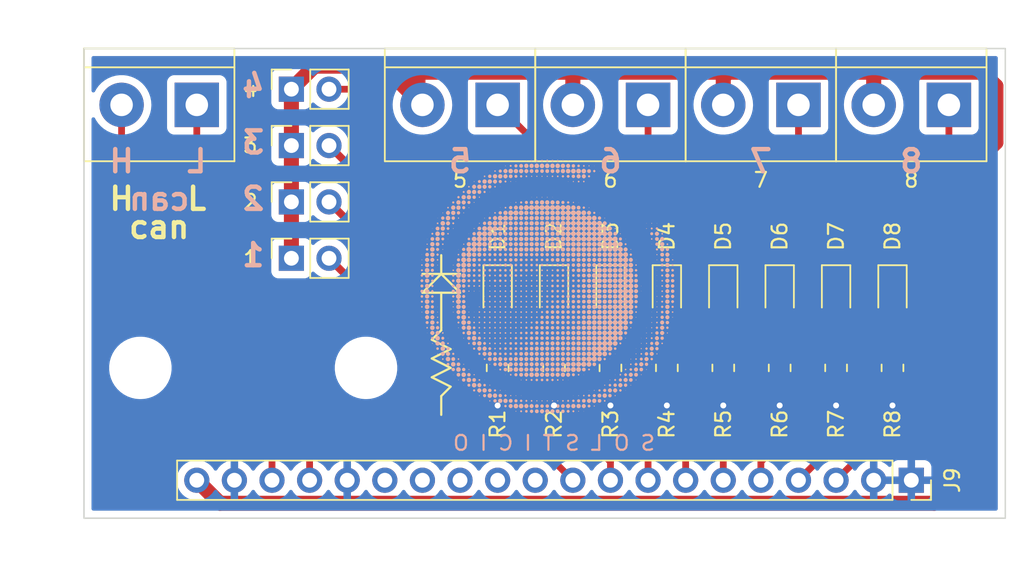
<source format=kicad_pcb>
(kicad_pcb (version 20211014) (generator pcbnew)
  (layers (0 "F.Cu" signal) (31 "B.Cu" signal) (34 "B.Paste" user) (35 "F.Paste" user) (36 "B.SilkS" user "B.Silkscreen") (37 "F.SilkS" user "F.Silkscreen") (38 "B.Mask" user) (39 "F.Mask" user) (44 "Edge.Cuts" user))
  (net 0 "")
  (net 1 "GND")
  (net 2 "+3V3")
  (net 3 "Net-(CAN1-Pad1)")
  (net 4 "Net-(CAN1-Pad2)")
  (net 5 "Net-(D1-Pad1)")
  (net 6 "Net-(D2-Pad1)")
  (net 7 "Net-(D3-Pad1)")
  (net 8 "Net-(D4-Pad1)")
  (net 9 "Net-(D8-Pad1)")
  (net 10 "Net-(D7-Pad1)")
  (net 11 "Net-(D6-Pad1)")
  (net 12 "Net-(D5-Pad1)")
  (net 13 "Net-(D1-Pad2)")
  (net 14 "Net-(D2-Pad2)")
  (net 15 "Net-(D3-Pad2)")
  (net 16 "Net-(D4-Pad2)")
  (net 17 "Net-(D5-Pad2)")
  (net 18 "Net-(D6-Pad2)")
  (net 19 "Net-(D7-Pad2)")
  (net 20 "Net-(D8-Pad2)")
  (footprint "Resistor_SMD:R_0805_2012Metric_Pad1.20x1.40mm_HandSolder" (layer "F.Cu") (at 142.24 68.58 -90)
    (fp_text reference "R6" (at 3.81 0 90) (layer "F.SilkS"))
    (fp_text value "1k")
    (pad "1" smd roundrect (at -1 0 270) (size 1.2 1.4) (layers "F.Cu" "F.Paste" "F.Mask") (roundrect_rratio 0.208333) (net 18 "Net-(D6-Pad2)"))
    (pad "2" smd roundrect (at 1 0 270) (size 1.2 1.4) (layers "F.Cu" "F.Paste" "F.Mask") (roundrect_rratio 0.208333) (net 1 "GND"))
  )
  (footprint "Resistor_SMD:R_0805_2012Metric_Pad1.20x1.40mm_HandSolder" (layer "F.Cu") (at 146.05 68.58 -90)
    (fp_text reference "R7" (at 3.81 0 90) (layer "F.SilkS"))
    (fp_text value "1k")
    (pad "1" smd roundrect (at -1 0 270) (size 1.2 1.4) (layers "F.Cu" "F.Paste" "F.Mask") (roundrect_rratio 0.208333) (net 19 "Net-(D7-Pad2)"))
    (pad "2" smd roundrect (at 1 0 270) (size 1.2 1.4) (layers "F.Cu" "F.Paste" "F.Mask") (roundrect_rratio 0.208333) (net 1 "GND"))
  )
  (footprint "Diode_SMD:D_0805_2012Metric_Pad1.15x1.40mm_HandSolder" (layer "F.Cu") (at 123.19 63.5 -90)
    (fp_text reference "D1" (at -3.81 0 90) (layer "F.SilkS"))
    (fp_text value "R")
    (pad "1" smd roundrect (at -1.025 0 270) (size 1.15 1.4) (layers "F.Cu" "F.Paste" "F.Mask") (roundrect_rratio 0.217391) (net 5 "Net-(D1-Pad1)"))
    (pad "2" smd roundrect (at 1.025 0 270) (size 1.15 1.4) (layers "F.Cu" "F.Paste" "F.Mask") (roundrect_rratio 0.217391) (net 13 "Net-(D1-Pad2)"))
  )
  (footprint "TerminalBlock:TerminalBlock_bornier-2_P5.08mm" (layer "F.Cu") (at 133.35 50.8 180)
    (fp_text reference "6" (at 2.54 -5.08) (layer "F.SilkS"))
    (fp_text value "2.54mm header")
    (pad "1" thru_hole rect (at 0 0 180) (size 3 3) (drill 1.52) (layers *.Cu *.Mask) (net 11 "Net-(D6-Pad1)"))
    (pad "2" thru_hole circle (at 5.08 0 180) (size 3 3) (drill 1.52) (layers *.Cu *.Mask) (net 2 "+3V3"))
  )
  (footprint "Diode_SMD:D_0805_2012Metric_Pad1.15x1.40mm_HandSolder" (layer "F.Cu") (at 138.43 63.5 -90)
    (fp_text reference "D5" (at -3.81 0 90) (layer "F.SilkS"))
    (fp_text value "R")
    (pad "1" smd roundrect (at -1.025 0 270) (size 1.15 1.4) (layers "F.Cu" "F.Paste" "F.Mask") (roundrect_rratio 0.217391) (net 12 "Net-(D5-Pad1)"))
    (pad "2" smd roundrect (at 1.025 0 270) (size 1.15 1.4) (layers "F.Cu" "F.Paste" "F.Mask") (roundrect_rratio 0.217391) (net 17 "Net-(D5-Pad2)"))
  )
  (footprint "Diode_SMD:D_0805_2012Metric_Pad1.15x1.40mm_HandSolder" (layer "F.Cu") (at 127 63.5 -90)
    (fp_text reference "D2" (at -3.81 0 90) (layer "F.SilkS"))
    (fp_text value "R")
    (pad "1" smd roundrect (at -1.025 0 270) (size 1.15 1.4) (layers "F.Cu" "F.Paste" "F.Mask") (roundrect_rratio 0.217391) (net 6 "Net-(D2-Pad1)"))
    (pad "2" smd roundrect (at 1.025 0 270) (size 1.15 1.4) (layers "F.Cu" "F.Paste" "F.Mask") (roundrect_rratio 0.217391) (net 14 "Net-(D2-Pad2)"))
  )
  (footprint "Connector_PinSocket_2.54mm:PinSocket_1x02_P2.54mm_Vertical" (layer "F.Cu") (at 109.26 57.36 90)
    (fp_text reference "2" (at 0 -2.77 180) (layer "F.SilkS"))
    (fp_text value "2.54mm header")
    (pad "1" thru_hole rect (at 0 0 90) (size 1.7 1.7) (drill 1) (layers *.Cu *.Mask) (net 2 "+3V3"))
    (pad "2" thru_hole oval (at 0 2.54 90) (size 1.7 1.7) (drill 1) (layers *.Cu *.Mask) (net 6 "Net-(D2-Pad1)"))
  )
  (footprint "Resistor_SMD:R_0805_2012Metric_Pad1.20x1.40mm_HandSolder" (layer "F.Cu") (at 127 68.58 -90)
    (fp_text reference "R2" (at 3.81 0 90) (layer "F.SilkS"))
    (fp_text value "1k")
    (pad "1" smd roundrect (at -1 0 270) (size 1.2 1.4) (layers "F.Cu" "F.Paste" "F.Mask") (roundrect_rratio 0.208333) (net 14 "Net-(D2-Pad2)"))
    (pad "2" smd roundrect (at 1 0 270) (size 1.2 1.4) (layers "F.Cu" "F.Paste" "F.Mask") (roundrect_rratio 0.208333) (net 1 "GND"))
  )
  (footprint "Diode_SMD:D_0805_2012Metric_Pad1.15x1.40mm_HandSolder" (layer "F.Cu") (at 146.05 63.5 -90)
    (fp_text reference "D7" (at -3.81 0 -90) (layer "F.SilkS"))
    (fp_text value "R")
    (pad "1" smd roundrect (at -1.025 0 270) (size 1.15 1.4) (layers "F.Cu" "F.Paste" "F.Mask") (roundrect_rratio 0.217391) (net 10 "Net-(D7-Pad1)"))
    (pad "2" smd roundrect (at 1.025 0 270) (size 1.15 1.4) (layers "F.Cu" "F.Paste" "F.Mask") (roundrect_rratio 0.217391) (net 19 "Net-(D7-Pad2)"))
  )
  (footprint "MountingHole:MountingHole_3.2mm_M3" (layer "F.Cu") (at 114.3 68.58)
    (fp_text reference "REF**" hide)
    (fp_text value "MountingHole_3.2mm_M3")
    (pad "" np_thru_hole circle (at 0 0) (size 3.2 3.2) (drill 3.2) (layers *.Cu *.Mask))
  )
  (footprint "TerminalBlock:TerminalBlock_bornier-2_P5.08mm" (layer "F.Cu") (at 123.19 50.8 180)
    (fp_text reference "5" (at 2.54 -5.08) (layer "F.SilkS"))
    (fp_text value "2.54mm header")
    (pad "1" thru_hole rect (at 0 0 180) (size 3 3) (drill 1.52) (layers *.Cu *.Mask) (net 12 "Net-(D5-Pad1)"))
    (pad "2" thru_hole circle (at 5.08 0 180) (size 3 3) (drill 1.52) (layers *.Cu *.Mask) (net 2 "+3V3"))
  )
  (footprint "MountingHole:MountingHole_3.2mm_M3" (layer "F.Cu") (at 99.06 68.58)
    (fp_text reference "REF**" hide)
    (fp_text value "MountingHole_3.2mm_M3")
    (pad "" np_thru_hole circle (at 0 0) (size 3.2 3.2) (drill 3.2) (layers *.Cu *.Mask))
  )
  (footprint "TerminalBlock:TerminalBlock_bornier-2_P5.08mm" (layer "F.Cu") (at 143.51 50.8 180)
    (fp_text reference "7" (at 2.54 -5.08) (layer "F.SilkS"))
    (fp_text value "2.54mm header")
    (pad "1" thru_hole rect (at 0 0 180) (size 3 3) (drill 1.52) (layers *.Cu *.Mask) (net 10 "Net-(D7-Pad1)"))
    (pad "2" thru_hole circle (at 5.08 0 180) (size 3 3) (drill 1.52) (layers *.Cu *.Mask) (net 2 "+3V3"))
  )
  (footprint "Diode_SMD:D_0805_2012Metric_Pad1.15x1.40mm_HandSolder" (layer "F.Cu") (at 134.62 63.5 -90)
    (fp_text reference "D4" (at -3.81 0 90) (layer "F.SilkS"))
    (fp_text value "R")
    (pad "1" smd roundrect (at -1.025 0 270) (size 1.15 1.4) (layers "F.Cu" "F.Paste" "F.Mask") (roundrect_rratio 0.217391) (net 8 "Net-(D4-Pad1)"))
    (pad "2" smd roundrect (at 1.025 0 270) (size 1.15 1.4) (layers "F.Cu" "F.Paste" "F.Mask") (roundrect_rratio 0.217391) (net 16 "Net-(D4-Pad2)"))
  )
  (footprint "Connector_PinSocket_2.54mm:PinSocket_1x02_P2.54mm_Vertical" (layer "F.Cu") (at 109.26 49.74 90)
    (fp_text reference "4" (at 0 -2.77 180) (layer "F.SilkS"))
    (fp_text value "2.54mm header")
    (pad "1" thru_hole rect (at 0 0 90) (size 1.7 1.7) (drill 1) (layers *.Cu *.Mask) (net 2 "+3V3"))
    (pad "2" thru_hole oval (at 0 2.54 90) (size 1.7 1.7) (drill 1) (layers *.Cu *.Mask) (net 8 "Net-(D4-Pad1)"))
  )
  (footprint "Connector_PinSocket_2.54mm:PinSocket_1x02_P2.54mm_Vertical" (layer "F.Cu") (at 109.26 53.55 90)
    (fp_text reference "3" (at 0 -2.77 180) (layer "F.SilkS"))
    (fp_text value "2.54mm header")
    (pad "1" thru_hole rect (at 0 0 90) (size 1.7 1.7) (drill 1) (layers *.Cu *.Mask) (net 2 "+3V3"))
    (pad "2" thru_hole oval (at 0 2.54 90) (size 1.7 1.7) (drill 1) (layers *.Cu *.Mask) (net 7 "Net-(D3-Pad1)"))
  )
  (footprint "TerminalBlock:TerminalBlock_bornier-2_P5.08mm" (layer "F.Cu") (at 102.87 50.8 180)
    (fp_text reference "CAN1" hide)
    (fp_text value "2.54mm header")
    (pad "1" thru_hole rect (at 0 0 180) (size 3 3) (drill 1.52) (layers *.Cu *.Mask) (net 3 "Net-(CAN1-Pad1)"))
    (pad "2" thru_hole circle (at 5.08 0 180) (size 3 3) (drill 1.52) (layers *.Cu *.Mask) (net 4 "Net-(CAN1-Pad2)"))
  )
  (footprint "Connector_PinSocket_2.54mm:PinSocket_1x02_P2.54mm_Vertical" (layer "F.Cu") (at 109.26 61.17 90)
    (fp_text reference "1" (at 0 -2.77 180) (layer "F.SilkS"))
    (fp_text value "2.54mm header")
    (pad "1" thru_hole rect (at 0 0 90) (size 1.7 1.7) (drill 1) (layers *.Cu *.Mask) (net 2 "+3V3"))
    (pad "2" thru_hole oval (at 0 2.54 90) (size 1.7 1.7) (drill 1) (layers *.Cu *.Mask) (net 5 "Net-(D1-Pad1)"))
  )
  (footprint "Diode_SMD:D_0805_2012Metric_Pad1.15x1.40mm_HandSolder" (layer "F.Cu") (at 149.86 63.5 -90)
    (fp_text reference "D8" (at -3.81 0 90) (layer "F.SilkS"))
    (fp_text value "R")
    (pad "1" smd roundrect (at -1.025 0 270) (size 1.15 1.4) (layers "F.Cu" "F.Paste" "F.Mask") (roundrect_rratio 0.217391) (net 9 "Net-(D8-Pad1)"))
    (pad "2" smd roundrect (at 1.025 0 270) (size 1.15 1.4) (layers "F.Cu" "F.Paste" "F.Mask") (roundrect_rratio 0.217391) (net 20 "Net-(D8-Pad2)"))
  )
  (footprint "Diode_SMD:D_0805_2012Metric_Pad1.15x1.40mm_HandSolder" (layer "F.Cu") (at 130.81 63.5 -90)
    (fp_text reference "D3" (at -3.81 0 90) (layer "F.SilkS"))
    (fp_text value "R")
    (pad "1" smd roundrect (at -1.025 0 270) (size 1.15 1.4) (layers "F.Cu" "F.Paste" "F.Mask") (roundrect_rratio 0.217391) (net 7 "Net-(D3-Pad1)"))
    (pad "2" smd roundrect (at 1.025 0 270) (size 1.15 1.4) (layers "F.Cu" "F.Paste" "F.Mask") (roundrect_rratio 0.217391) (net 15 "Net-(D3-Pad2)"))
  )
  (footprint "Resistor_SMD:R_0805_2012Metric_Pad1.20x1.40mm_HandSolder" (layer "F.Cu") (at 134.62 68.58 -90)
    (fp_text reference "R4" (at 3.81 0 90) (layer "F.SilkS"))
    (fp_text value "1k")
    (pad "1" smd roundrect (at -1 0 270) (size 1.2 1.4) (layers "F.Cu" "F.Paste" "F.Mask") (roundrect_rratio 0.208333) (net 16 "Net-(D4-Pad2)"))
    (pad "2" smd roundrect (at 1 0 270) (size 1.2 1.4) (layers "F.Cu" "F.Paste" "F.Mask") (roundrect_rratio 0.208333) (net 1 "GND"))
  )
  (footprint "Resistor_SMD:R_0805_2012Metric_Pad1.20x1.40mm_HandSolder" (layer "F.Cu") (at 123.19 68.58 -90)
    (fp_text reference "R1" (at 3.81 0 90) (layer "F.SilkS"))
    (fp_text value "1k")
    (pad "1" smd roundrect (at -1 0 270) (size 1.2 1.4) (layers "F.Cu" "F.Paste" "F.Mask") (roundrect_rratio 0.208333) (net 13 "Net-(D1-Pad2)"))
    (pad "2" smd roundrect (at 1 0 270) (size 1.2 1.4) (layers "F.Cu" "F.Paste" "F.Mask") (roundrect_rratio 0.208333) (net 1 "GND"))
  )
  (footprint "Resistor_SMD:R_0805_2012Metric_Pad1.20x1.40mm_HandSolder" (layer "F.Cu") (at 130.81 68.58 -90)
    (fp_text reference "R3" (at 3.81 0 90) (layer "F.SilkS"))
    (fp_text value "1k")
    (pad "1" smd roundrect (at -1 0 270) (size 1.2 1.4) (layers "F.Cu" "F.Paste" "F.Mask") (roundrect_rratio 0.208333) (net 15 "Net-(D3-Pad2)"))
    (pad "2" smd roundrect (at 1 0 270) (size 1.2 1.4) (layers "F.Cu" "F.Paste" "F.Mask") (roundrect_rratio 0.208333) (net 1 "GND"))
  )
  (footprint "Diode_SMD:D_0805_2012Metric_Pad1.15x1.40mm_HandSolder" (layer "F.Cu") (at 142.24 63.5 -90)
    (fp_text reference "D6" (at -3.81 0 90) (layer "F.SilkS"))
    (fp_text value "R")
    (pad "1" smd roundrect (at -1.025 0 270) (size 1.15 1.4) (layers "F.Cu" "F.Paste" "F.Mask") (roundrect_rratio 0.217391) (net 11 "Net-(D6-Pad1)"))
    (pad "2" smd roundrect (at 1.025 0 270) (size 1.15 1.4) (layers "F.Cu" "F.Paste" "F.Mask") (roundrect_rratio 0.217391) (net 18 "Net-(D6-Pad2)"))
  )
  (footprint "TerminalBlock:TerminalBlock_bornier-2_P5.08mm" (layer "F.Cu") (at 153.67 50.8 180)
    (fp_text reference "8" (at 2.54 -5.08) (layer "F.SilkS"))
    (fp_text value "2.54mm header")
    (pad "1" thru_hole rect (at 0 0 180) (size 3 3) (drill 1.52) (layers *.Cu *.Mask) (net 9 "Net-(D8-Pad1)"))
    (pad "2" thru_hole circle (at 5.08 0 180) (size 3 3) (drill 1.52) (layers *.Cu *.Mask) (net 2 "+3V3"))
  )
  (footprint "Resistor_SMD:R_0805_2012Metric_Pad1.20x1.40mm_HandSolder" (layer "F.Cu") (at 149.86 68.58 -90)
    (fp_text reference "R8" (at 3.81 0 90) (layer "F.SilkS"))
    (fp_text value "1k")
    (pad "1" smd roundrect (at -1 0 270) (size 1.2 1.4) (layers "F.Cu" "F.Paste" "F.Mask") (roundrect_rratio 0.208333) (net 20 "Net-(D8-Pad2)"))
    (pad "2" smd roundrect (at 1 0 270) (size 1.2 1.4) (layers "F.Cu" "F.Paste" "F.Mask") (roundrect_rratio 0.208333) (net 1 "GND"))
  )
  (footprint "Connector_PinSocket_2.54mm:PinSocket_1x20_P2.54mm_Vertical" (layer "F.Cu") (at 151.13 76.175 -90)
    (fp_text reference "J9" (at 0 -2.77 90) (layer "F.SilkS"))
    (fp_text value "Conn_01x20_Male")
    (pad "1" thru_hole rect (at 0 0 270) (size 1.7 1.7) (drill 1) (layers *.Cu *.Mask) (net 1 "GND"))
    (pad "2" thru_hole oval (at 0 2.54 270) (size 1.7 1.7) (drill 1) (layers *.Cu *.Mask) (net 1 "GND"))
    (pad "3" thru_hole oval (at 0 5.08 270) (size 1.7 1.7) (drill 1) (layers *.Cu *.Mask) (net 9 "Net-(D8-Pad1)"))
    (pad "4" thru_hole oval (at 0 7.62 270) (size 1.7 1.7) (drill 1) (layers *.Cu *.Mask) (net 10 "Net-(D7-Pad1)"))
    (pad "5" thru_hole oval (at 0 10.16 270) (size 1.7 1.7) (drill 1) (layers *.Cu *.Mask) (net 11 "Net-(D6-Pad1)"))
    (pad "6" thru_hole oval (at 0 12.7 270) (size 1.7 1.7) (drill 1) (layers *.Cu *.Mask) (net 12 "Net-(D5-Pad1)"))
    (pad "7" thru_hole oval (at 0 15.24 270) (size 1.7 1.7) (drill 1) (layers *.Cu *.Mask) (net 8 "Net-(D4-Pad1)"))
    (pad "8" thru_hole oval (at 0 17.78 270) (size 1.7 1.7) (drill 1) (layers *.Cu *.Mask) (net 7 "Net-(D3-Pad1)"))
    (pad "9" thru_hole oval (at 0 20.32 270) (size 1.7 1.7) (drill 1) (layers *.Cu *.Mask) (net 6 "Net-(D2-Pad1)"))
    (pad "10" thru_hole oval (at 0 22.86 270) (size 1.7 1.7) (drill 1) (layers *.Cu *.Mask) (net 5 "Net-(D1-Pad1)"))
    (pad "11" thru_hole oval (at 0 25.4 270) (size 1.7 1.7) (drill 1) (layers *.Cu *.Mask))
    (pad "12" thru_hole oval (at 0 27.94 270) (size 1.7 1.7) (drill 1) (layers *.Cu *.Mask))
    (pad "13" thru_hole oval (at 0 30.48 270) (size 1.7 1.7) (drill 1) (layers *.Cu *.Mask))
    (pad "14" thru_hole oval (at 0 33.02 270) (size 1.7 1.7) (drill 1) (layers *.Cu *.Mask))
    (pad "15" thru_hole oval (at 0 35.56 270) (size 1.7 1.7) (drill 1) (layers *.Cu *.Mask))
    (pad "16" thru_hole oval (at 0 38.1 270) (size 1.7 1.7) (drill 1) (layers *.Cu *.Mask) (net 1 "GND"))
    (pad "17" thru_hole oval (at 0 40.64 270) (size 1.7 1.7) (drill 1) (layers *.Cu *.Mask) (net 3 "Net-(CAN1-Pad1)"))
    (pad "18" thru_hole oval (at 0 43.18 270) (size 1.7 1.7) (drill 1) (layers *.Cu *.Mask) (net 4 "Net-(CAN1-Pad2)"))
    (pad "19" thru_hole oval (at 0 45.72 270) (size 1.7 1.7) (drill 1) (layers *.Cu *.Mask) (net 1 "GND"))
    (pad "20" thru_hole oval (at 0 48.26 270) (size 1.7 1.7) (drill 1) (layers *.Cu *.Mask) (net 2 "+3V3"))
  )
  (footprint "Resistor_SMD:R_0805_2012Metric_Pad1.20x1.40mm_HandSolder" (layer "F.Cu") (at 138.43 68.58 -90)
    (fp_text reference "R5" (at 3.81 0 90) (layer "F.SilkS"))
    (fp_text value "1k")
    (pad "1" smd roundrect (at -1 0 270) (size 1.2 1.4) (layers "F.Cu" "F.Paste" "F.Mask") (roundrect_rratio 0.208333) (net 17 "Net-(D5-Pad2)"))
    (pad "2" smd roundrect (at 1 0 270) (size 1.2 1.4) (layers "F.Cu" "F.Paste" "F.Mask") (roundrect_rratio 0.208333) (net 1 "GND"))
  )
  (footprint "solsticio_logos:19mm_logo" (layer "B.Cu") (at 126.365 62.865 180)
    (fp_text reference "G***" hide)
    (fp_text value "LOGO" hide)
  )
  (gr_line (start 120.65 63.5) (end 119.38 62.23) (layer "F.SilkS") (width 0.15))
  (gr_line (start 118.745 69.215) (end 120.015 69.85) (layer "F.SilkS") (width 0.15))
  (gr_line (start 119.38 70.485) (end 119.38 71.755) (layer "F.SilkS") (width 0.15))
  (gr_line (start 119.38 66.04) (end 119.38 63.5) (layer "F.SilkS") (width 0.15))
  (gr_line (start 118.745 66.675) (end 120.015 67.31) (layer "F.SilkS") (width 0.15))
  (gr_line (start 120.015 69.85) (end 119.38 70.485) (layer "F.SilkS") (width 0.15))
  (gr_line (start 120.015 67.31) (end 118.745 67.945) (layer "F.SilkS") (width 0.15))
  (gr_line (start 118.11 62.23) (end 120.65 62.23) (layer "F.SilkS") (width 0.15))
  (gr_line (start 120.015 68.58) (end 118.745 69.215) (layer "F.SilkS") (width 0.15))
  (gr_line (start 119.38 62.23) (end 118.11 63.5) (layer "F.SilkS") (width 0.15))
  (gr_line (start 119.38 66.04) (end 118.745 66.675) (layer "F.SilkS") (width 0.15))
  (gr_line (start 119.38 62.23) (end 119.38 60.96) (layer "F.SilkS") (width 0.15))
  (gr_line (start 118.745 67.945) (end 120.015 68.58) (layer "F.SilkS") (width 0.15))
  (gr_line (start 118.11 63.5) (end 120.65 63.5) (layer "F.SilkS") (width 0.15))
  (gr_rect (start 157.48 78.74) (end 95.25 46.99) (layer "Edge.Cuts") (width 0.1) (fill none))
  (gr_text "S O L S T I C I O" (at 127 73.66) (layer "B.SilkS") (effects (font (size 1 1)) (justify mirror)))
  (gr_text "H" (at 97.79 54.61) (layer "B.SilkS") (effects (font (size 1.5 1.5) (thickness 0.3)) (justify mirror)))
  (gr_text "1" (at 106.68 60.96) (layer "B.SilkS") (effects (font (size 1.5 1.5) (thickness 0.3)) (justify mirror)))
  (gr_text "can" (at 100.33 57.15) (layer "B.SilkS") (effects (font (size 1.5 1.5) (thickness 0.3)) (justify mirror)))
  (gr_text "L" (at 102.87 54.61) (layer "B.SilkS") (effects (font (size 1.5 1.5) (thickness 0.3)) (justify mirror)))
  (gr_text "8" (at 151.13 54.61) (layer "B.SilkS") (effects (font (size 1.5 1.5) (thickness 0.3)) (justify mirror)))
  (gr_text "2" (at 106.68 57.15) (layer "B.SilkS") (effects (font (size 1.5 1.5) (thickness 0.3)) (justify mirror)))
  (gr_text "3" (at 106.68 53.34) (layer "B.SilkS") (effects (font (size 1.5 1.5) (thickness 0.3)) (justify mirror)))
  (gr_text "7" (at 140.97 54.61) (layer "B.SilkS") (effects (font (size 1.5 1.5) (thickness 0.3)) (justify mirror)))
  (gr_text "4" (at 106.68 49.53) (layer "B.SilkS") (effects (font (size 1.5 1.5) (thickness 0.3)) (justify mirror)))
  (gr_text "5" (at 120.65 54.61) (layer "B.SilkS") (effects (font (size 1.5 1.5) (thickness 0.3)) (justify mirror)))
  (gr_text "6" (at 130.81 54.61) (layer "B.SilkS") (effects (font (size 1.5 1.5) (thickness 0.3)) (justify mirror)))
  (gr_text "H" (at 97.79 57.15) (layer "F.SilkS") (effects (font (size 1.5 1.5) (thickness 0.3))))
  (gr_text "L" (at 102.87 57.15) (layer "F.SilkS") (effects (font (size 1.5 1.5) (thickness 0.3))))
  (gr_text "can" (at 100.33 59.055) (layer "F.SilkS") (effects (font (size 1.5 1.5) (thickness 0.3))))
  (segment (start 127 69.58) (end 127 71.12) (width 0.4572) (layer "F.Cu") (net 1))
  (segment (start 149.86 69.58) (end 149.86 71.12) (width 0.4572) (layer "F.Cu") (net 1))
  (segment (start 146.05 69.58) (end 146.05 71.12) (width 0.4572) (layer "F.Cu") (net 1))
  (segment (start 138.43 69.58) (end 138.43 71.12) (width 0.4572) (layer "F.Cu") (net 1))
  (segment (start 123.19 69.58) (end 123.19 71.12) (width 0.762) (layer "F.Cu") (net 1))
  (segment (start 142.24 69.58) (end 142.24 71.12) (width 0.4572) (layer "F.Cu") (net 1))
  (segment (start 134.62 69.58) (end 134.62 71.12) (width 0.4572) (layer "F.Cu") (net 1))
  (segment (start 130.81 69.58) (end 130.81 71.12) (width 0.4572) (layer "F.Cu") (net 1))
  (via (at 146.05 71.12) (size 0.8) (drill 0.4) (layers "F.Cu" "B.Cu") (net 1))
  (via (at 123.19 71.12) (size 0.8) (drill 0.4) (layers "F.Cu" "B.Cu") (net 1))
  (via (at 127 71.12) (size 0.8) (drill 0.4) (layers "F.Cu" "B.Cu") (net 1))
  (via (at 138.43 71.12) (size 0.8) (drill 0.4) (layers "F.Cu" "B.Cu") (net 1))
  (via (at 130.81 71.12) (size 0.8) (drill 0.4) (layers "F.Cu" "B.Cu") (net 1))
  (via (at 149.86 71.12) (size 0.8) (drill 0.4) (layers "F.Cu" "B.Cu") (net 1))
  (via (at 134.62 71.12) (size 0.8) (drill 0.4) (layers "F.Cu" "B.Cu") (net 1))
  (via (at 142.24 71.12) (size 0.8) (drill 0.4) (layers "F.Cu" "B.Cu") (net 1))
  (segment (start 128.572511 48.592489) (end 117.807489 48.592489) (width 1.016) (layer "F.Cu") (net 2))
  (segment (start 138.43 50.8) (end 138.43 48.924978) (width 1.016) (layer "F.Cu") (net 2))
  (segment (start 155.907489 48.592489) (end 148.892511 48.592489) (width 1.016) (layer "F.Cu") (net 2))
  (segment (start 152.687511 77.732511) (end 155.575 74.845022) (width 1.016) (layer "F.Cu") (net 2))
  (segment (start 148.59 48.895) (end 148.892511 48.592489) (width 1.016) (layer "F.Cu") (net 2))
  (segment (start 115.902489 48.592489) (end 115.492489 48.182489) (width 1.016) (layer "F.Cu") (net 2))
  (segment (start 118.11 50.8) (end 117.807489 50.497489) (width 1.016) (layer "F.Cu") (net 2))
  (segment (start 115.902489 48.592489) (end 115.8875 48.5775) (width 1.016) (layer "F.Cu") (net 2))
  (segment (start 156.21 48.895) (end 156.845 49.53) (width 1.016) (layer "F.Cu") (net 2))
  (segment (start 156.845 53.34) (end 155.575 54.61) (width 1.016) (layer "F.Cu") (net 2))
  (segment (start 110.817511 48.182489) (end 109.26 49.74) (width 1.016) (layer "F.Cu") (net 2))
  (segment (start 115.8875 48.5775) (end 118.11 50.8) (width 1.016) (layer "F.Cu") (net 2))
  (segment (start 117.807489 50.497489) (end 117.807489 48.592489) (width 1.016) (layer "F.Cu") (net 2))
  (segment (start 138.762489 48.592489) (end 128.572511 48.592489) (width 1.016) (layer "F.Cu") (net 2))
  (segment (start 104.427511 77.732511) (end 152.687511 77.732511) (width 1.016) (layer "F.Cu") (net 2))
  (segment (start 148.892511 48.592489) (end 138.762489 48.592489) (width 1.016) (layer "F.Cu") (net 2))
  (segment (start 148.59 50.8) (end 148.59 48.895) (width 1.016) (layer "F.Cu") (net 2))
  (segment (start 138.43 48.924978) (end 138.762489 48.592489) (width 1.016) (layer "F.Cu") (net 2))
  (segment (start 115.492489 48.182489) (end 110.817511 48.182489) (width 1.016) (layer "F.Cu") (net 2))
  (segment (start 117.807489 48.592489) (end 117.142511 48.592489) (width 1.016) (layer "F.Cu") (net 2))
  (segment (start 156.845 49.53) (end 156.845 53.34) (width 1.016) (layer "F.Cu") (net 2))
  (segment (start 109.26 49.74) (end 109.26 61.17) (width 1.016) (layer "F.Cu") (net 2))
  (segment (start 117.142511 48.592489) (end 115.902489 48.592489) (width 1.016) (layer "F.Cu") (net 2))
  (segment (start 109.797523 53.55) (end 109.26 53.55) (width 0.4572) (layer "F.Cu") (net 2))
  (segment (start 102.87 76.175) (end 104.427511 77.732511) (width 1.016) (layer "F.Cu") (net 2))
  (segment (start 128.27 50.8) (end 128.27 48.895) (width 1.016) (layer "F.Cu") (net 2))
  (segment (start 118.11 50.8) (end 117.142511 49.832511) (width 1.016) (layer "F.Cu") (net 2))
  (segment (start 117.142511 49.832511) (end 117.142511 48.592489) (width 1.016) (layer "F.Cu") (net 2))
  (segment (start 156.21 48.895) (end 155.907489 48.592489) (width 1.016) (layer "F.Cu") (net 2))
  (segment (start 128.27 48.895) (end 128.572511 48.592489) (width 1.016) (layer "F.Cu") (net 2))
  (segment (start 155.575 74.845022) (end 155.575 54.61) (width 1.016) (layer "F.Cu") (net 2))
  (segment (start 110.49 68.58) (end 110.49 76.175) (width 0.4572) (layer "F.Cu") (net 3))
  (segment (start 102.87 60.96) (end 110.49 68.58) (width 0.4572) (layer "F.Cu") (net 3))
  (segment (start 102.87 50.8) (end 102.87 60.96) (width 0.4572) (layer "F.Cu") (net 3))
  (segment (start 107.95 68.58) (end 97.79 58.42) (width 0.4572) (layer "F.Cu") (net 4))
  (segment (start 107.95 76.175) (end 107.95 68.58) (width 0.4572) (layer "F.Cu") (net 4))
  (segment (start 97.79 58.42) (end 97.79 50.8) (width 0.4572) (layer "F.Cu") (net 4))
  (segment (start 128.27 76.175) (end 125.755 73.66) (width 0.4572) (layer "F.Cu") (net 5))
  (segment (start 114.13 63.5) (end 114.935 63.5) (width 0.508) (layer "F.Cu") (net 5))
  (segment (start 125.73 73.66) (end 124.46 72.39) (width 0.4572) (layer "F.Cu") (net 5))
  (segment (start 122.165 63.5) (end 123.19 62.475) (width 0.508) (layer "F.Cu") (net 5))
  (segment (start 114.935 63.5) (end 122.165 63.5) (width 0.508) (layer "F.Cu") (net 5))
  (segment (start 124.46 63.5) (end 123.435 62.475) (width 0.4572) (layer "F.Cu") (net 5))
  (segment (start 124.46 72.39) (end 124.46 63.5) (width 0.4572) (layer "F.Cu") (net 5))
  (segment (start 111.8 61.17) (end 114.13 63.5) (width 0.508) (layer "F.Cu") (net 5))
  (segment (start 125.755 73.66) (end 125.73 73.66) (width 0.4572) (layer "F.Cu") (net 5))
  (segment (start 123.435 62.475) (end 123.19 62.475) (width 0.4572) (layer "F.Cu") (net 5))
  (segment (start 111.8 57.36) (end 114.13 59.69) (width 0.508) (layer "F.Cu") (net 6))
  (segment (start 114.13 59.69) (end 124.215 59.69) (width 0.508) (layer "F.Cu") (net 6))
  (segment (start 128.27 72.39) (end 128.27 63.5) (width 0.4572) (layer "F.Cu") (net 6))
  (segment (start 127 62.475) (end 124.215 59.69) (width 0.4572) (layer "F.Cu") (net 6))
  (segment (start 127.245 62.475) (end 127 62.475) (width 0.4572) (layer "F.Cu") (net 6))
  (segment (start 130.81 76.175) (end 130.81 74.93) (width 0.4572) (layer "F.Cu") (net 6))
  (segment (start 128.27 63.5) (end 127.245 62.475) (width 0.4572) (layer "F.Cu") (net 6))
  (segment (start 130.81 74.93) (end 128.27 72.39) (width 0.4572) (layer "F.Cu") (net 6))
  (segment (start 116.035 57.785) (end 116.84 57.785) (width 0.508) (layer "F.Cu") (net 7))
  (segment (start 126.12 57.785) (end 116.84 57.785) (width 0.4572) (layer "F.Cu") (net 7))
  (segment (start 133.35 73.66) (end 132.08 72.39) (width 0.4572) (layer "F.Cu") (net 7))
  (segment (start 111.8 53.55) (end 116.035 57.785) (width 0.508) (layer "F.Cu") (net 7))
  (segment (start 133.35 76.175) (end 133.35 73.66) (width 0.4572) (layer "F.Cu") (net 7))
  (segment (start 132.08 63.745) (end 130.81 62.475) (width 0.4572) (layer "F.Cu") (net 7))
  (segment (start 132.08 72.39) (end 132.08 63.745) (width 0.4572) (layer "F.Cu") (net 7))
  (segment (start 130.81 62.475) (end 126.12 57.785) (width 0.4572) (layer "F.Cu") (net 7))
  (segment (start 113.665 50.165) (end 113.24 49.74) (width 0.4572) (layer "F.Cu") (net 8))
  (segment (start 113.24 49.74) (end 111.8 49.74) (width 0.4572) (layer "F.Cu") (net 8))
  (segment (start 118.11 55.88) (end 113.665 51.435) (width 0.4572) (layer "F.Cu") (net 8))
  (segment (start 135.89 63.745) (end 134.62 62.475) (width 0.4572) (layer "F.Cu") (net 8))
  (segment (start 128.025 55.88) (end 118.11 55.88) (width 0.4572) (layer "F.Cu") (net 8))
  (segment (start 134.62 62.475) (end 128.025 55.88) (width 0.4572) (layer "F.Cu") (net 8))
  (segment (start 113.665 51.435) (end 113.665 50.165) (width 0.4572) (layer "F.Cu") (net 8))
  (segment (start 135.89 76.175) (end 135.89 63.745) (width 0.4572) (layer "F.Cu") (net 8))
  (segment (start 150.98812 63.60312) (end 149.86 62.475) (width 0.4572) (layer "F.Cu") (net 9))
  (segment (start 146.05 76.175) (end 150.98812 71.23688) (width 0.4572) (layer "F.Cu") (net 9))
  (segment (start 149.86 62.475) (end 153.67 58.665) (width 0.4572) (layer "F.Cu") (net 9))
  (segment (start 150.98812 71.23688) (end 150.98812 63.60312) (width 0.4572) (layer "F.Cu") (net 9))
  (segment (start 153.67 58.665) (end 153.67 50.8) (width 0.4572) (layer "F.Cu") (net 9))
  (segment (start 143.51 59.935) (end 143.51 50.8) (width 0.4572) (layer "F.Cu") (net 10))
  (segment (start 146.05 62.475) (end 143.51 59.935) (width 0.4572) (layer "F.Cu") (net 10))
  (segment (start 147.32 63.745) (end 146.05 62.475) (width 0.4572) (layer "F.Cu") (net 10))
  (segment (start 147.295 72.39) (end 147.32 72.39) (width 0.4572) (layer "F.Cu") (net 10))
  (segment (start 143.51 76.175) (end 147.295 72.39) (width 0.4572) (layer "F.Cu") (net 10))
  (segment (start 147.32 72.39) (end 147.32 63.745) (width 0.4572) (layer "F.Cu") (net 10))
  (segment (start 133.35 53.585) (end 133.35 50.8) (width 0.4572) (layer "F.Cu") (net 11))
  (segment (start 140.97 76.175) (end 140.97 74.93) (width 0.4572) (layer "F.Cu") (net 11))
  (segment (start 143.51 63.745) (end 142.24 62.475) (width 0.4572) (layer "F.Cu") (net 11))
  (segment (start 143.51 72.39) (end 143.51 63.745) (width 0.4572) (layer "F.Cu") (net 11))
  (segment (start 142.24 62.475) (end 133.35 53.585) (width 0.4572) (layer "F.Cu") (net 11))
  (segment (start 140.97 74.93) (end 143.51 72.39) (width 0.4572) (layer "F.Cu") (net 11))
  (segment (start 139.7 72.39) (end 139.7 63.745) (width 0.4572) (layer "F.Cu") (net 12))
  (segment (start 138.43 73.66) (end 139.7 72.39) (width 0.4572) (layer "F.Cu") (net 12))
  (segment (start 126.365 53.975) (end 128.905 53.975) (width 0.4572) (layer "F.Cu") (net 12))
  (segment (start 128.905 53.975) (end 137.405 62.475) (width 0.4572) (layer "F.Cu") (net 12))
  (segment (start 137.405 62.475) (end 138.43 62.475) (width 0.4572) (layer "F.Cu") (net 12))
  (segment (start 139.7 63.745) (end 138.43 62.475) (width 0.4572) (layer "F.Cu") (net 12))
  (segment (start 138.43 76.175) (end 138.43 73.66) (width 0.4572) (layer "F.Cu") (net 12))
  (segment (start 123.19 50.8) (end 126.365 53.975) (width 0.4572) (layer "F.Cu") (net 12))
  (segment (start 123.19 67.58) (end 123.19 64.525) (width 0.4572) (layer "F.Cu") (net 13))
  (segment (start 127 64.525) (end 127 67.58) (width 0.4572) (layer "F.Cu") (net 14))
  (segment (start 130.81 64.525) (end 130.81 67.58) (width 0.4572) (layer "F.Cu") (net 15))
  (segment (start 134.62 64.525) (end 134.62 67.58) (width 0.4572) (layer "F.Cu") (net 16))
  (segment (start 138.43 64.525) (end 138.43 67.58) (width 0.4572) (layer "F.Cu") (net 17))
  (segment (start 142.24 64.525) (end 142.24 67.58) (width 0.4572) (layer "F.Cu") (net 18))
  (segment (start 146.05 64.525) (end 146.05 67.58) (width 0.4572) (layer "F.Cu") (net 19))
  (segment (start 149.86 64.525) (end 149.86 67.58) (width 0.4572) (layer "F.Cu") (net 20))
  (zone (net 1) (net_name "GND") (layer "B.Cu") (connect_pads (clearance 0.508)) (min_thickness 0.254) (fill yes (thermal_gap 0.508) (thermal_bridge_width 0.508))
    (polygon (pts (xy 158.75 81.28) (xy 93.98 81.28) (xy 93.98 45.72) (xy 158.75 45.72)))
  )
)
</source>
